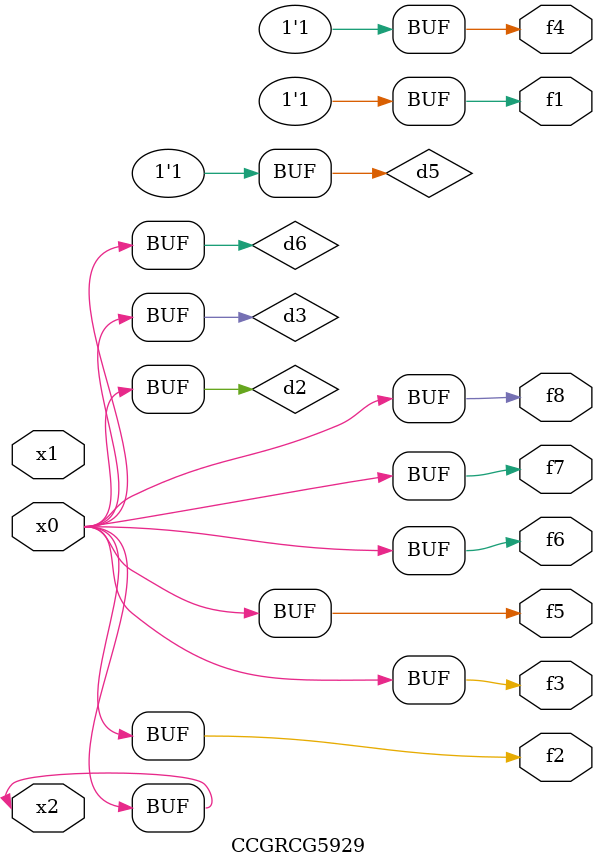
<source format=v>
module CCGRCG5929(
	input x0, x1, x2,
	output f1, f2, f3, f4, f5, f6, f7, f8
);

	wire d1, d2, d3, d4, d5, d6;

	xnor (d1, x2);
	buf (d2, x0, x2);
	and (d3, x0);
	xnor (d4, x1, x2);
	nand (d5, d1, d3);
	buf (d6, d2, d3);
	assign f1 = d5;
	assign f2 = d6;
	assign f3 = d6;
	assign f4 = d5;
	assign f5 = d6;
	assign f6 = d6;
	assign f7 = d6;
	assign f8 = d6;
endmodule

</source>
